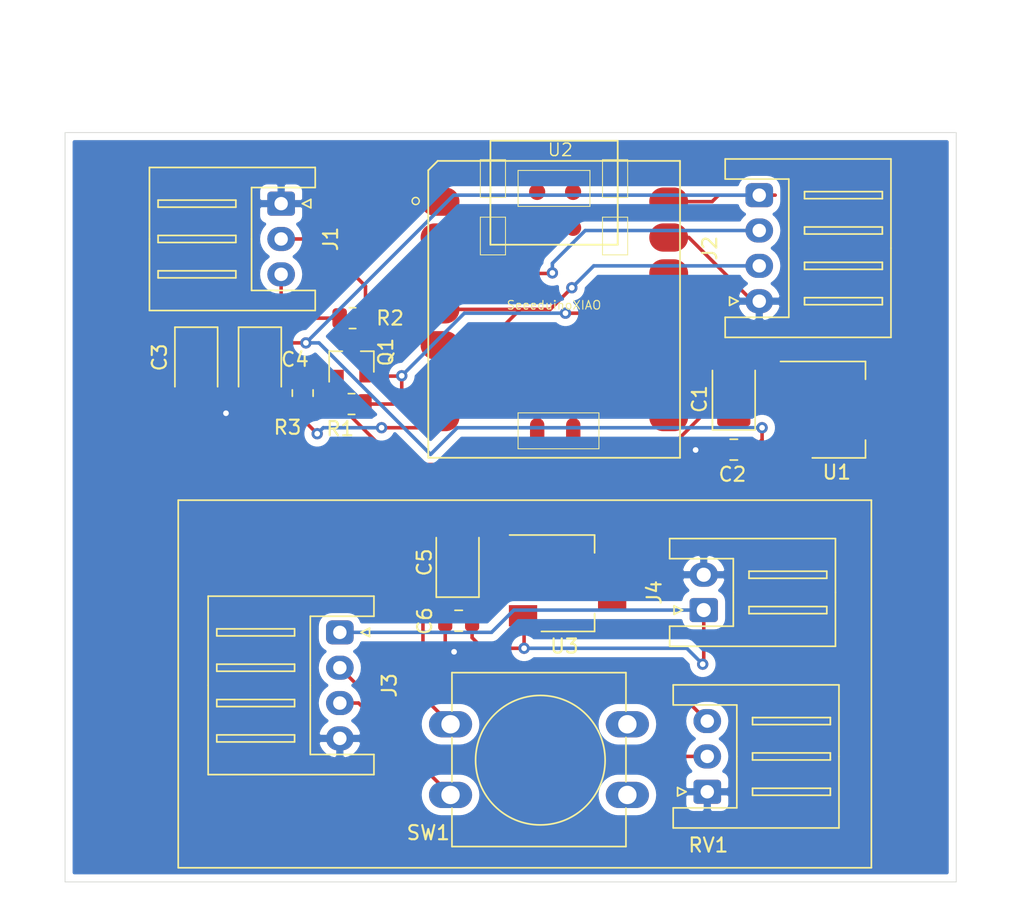
<source format=kicad_pcb>
(kicad_pcb (version 20171130) (host pcbnew 5.1.7-a382d34a88~90~ubuntu20.04.1)
  (layers (0 F.Cu signal) (31 B.Cu signal) (34 B.Paste user) (35 F.Paste user) (36 B.SilkS user) (37 F.SilkS user) (38 B.Mask user) (39 F.Mask user) (44 Edge.Cuts user))
  (net 0 "")
  (net 1 GND)
  (net 2 +5V)
  (net 3 /mcu_board/mode_btn)
  (net 4 /mcu_board/DataHigh)
  (net 5 /mcu_board/mode_ref)
  (net 6 "Net-(U2-Pad20)")
  (net 7 "Net-(U2-Pad19)")
  (net 8 "Net-(U2-Pad18)")
  (net 9 "Net-(U2-Pad17)")
  (net 10 "Net-(U2-Pad16)")
  (net 11 "Net-(U2-Pad15)")
  (net 12 "Net-(U2-Pad1)")
  (net 13 "Net-(U2-Pad2)")
  (net 14 "Net-(U2-Pad5)")
  (net 15 "Net-(U2-Pad6)")
  (net 16 "Net-(U2-Pad8)")
  (net 17 "Net-(U2-Pad9)")
  (net 18 "Net-(U2-Pad10)")
  (net 19 "Net-(U2-Pad12)")
  (net 20 /mcu_board/DataLow)
  (net 21 /mcu_board/+3V)
  (module Resistor_SMD:R_0805_2012Metric (layer F.Cu) (at 173.8 110.425 270)
    (fp_text reference R3 (at 2.425 1.075 180) (layer F.SilkS))
    (fp_text value R_0805_2012Metric)
    (fp_line (start -0.227064 -0.735) (end 0.227064 -0.735) (layer F.SilkS) (width 0.12))
    (fp_line (start -0.227064 0.735) (end 0.227064 0.735) (layer F.SilkS) (width 0.12))
    (pad 2 smd roundrect (at 0.9125 0 270) (size 1.025 1.4) (layers F.Cu F.Paste F.Mask) (roundrect_rratio 0.244) (net 3 /mcu_board/mode_btn))
    (pad 1 smd roundrect (at -0.9125 0 270) (size 1.025 1.4) (layers F.Cu F.Paste F.Mask) (roundrect_rratio 0.244) (net 1 GND))
  )
  (module Package_TO_SOT_SMD:SOT-223-3_TabPin2 (layer F.Cu) (at 211.675 111.6)
    (fp_text reference U1 (at -0.125 4.425) (layer F.SilkS))
    (fp_text value AMS1117-3.3)
    (fp_line (start -4.1 -3.41) (end 1.91 -3.41) (layer F.SilkS) (width 0.12))
    (fp_line (start -1.85 3.41) (end 1.91 3.41) (layer F.SilkS) (width 0.12))
    (fp_line (start 1.91 -3.41) (end 1.91 -2.15) (layer F.SilkS) (width 0.12))
    (fp_line (start 1.91 3.41) (end 1.91 2.15) (layer F.SilkS) (width 0.12))
    (pad 1 smd rect (at -3.15 -2.3) (size 2 1.5) (layers F.Cu F.Paste F.Mask) (net 1 GND))
    (pad 3 smd rect (at -3.15 2.3) (size 2 1.5) (layers F.Cu F.Paste F.Mask) (net 2 +5V))
    (pad 2 smd rect (at -3.15 0) (size 2 1.5) (layers F.Cu F.Paste F.Mask) (net 21 /mcu_board/+3V))
    (pad 2 smd rect (at 3.15 0) (size 2 3.8) (layers F.Cu F.Paste F.Mask) (net 21 /mcu_board/+3V))
  )
  (module Connector_JST:JST_XH_S2B-XH-A_1x02_P2.50mm_Horizontal (layer F.Cu) (at 202.15 125.775 90)
    (fp_text reference J4 (at 1.25 -3.5 90) (layer F.SilkS))
    (fp_text value JST_XH_S2B-XH-A_1x02_P2.50mm_Horizontal)
    (fp_line (start 0.3 -2.1) (end 0 -1.5) (layer F.SilkS) (width 0.12))
    (fp_line (start -0.3 -2.1) (end 0.3 -2.1) (layer F.SilkS) (width 0.12))
    (fp_line (start 0 -1.5) (end -0.3 -2.1) (layer F.SilkS) (width 0.12))
    (fp_line (start 2.75 3.2) (end 2.25 3.2) (layer F.SilkS) (width 0.12))
    (fp_line (start 2.75 8.7) (end 2.75 3.2) (layer F.SilkS) (width 0.12))
    (fp_line (start 2.25 8.7) (end 2.75 8.7) (layer F.SilkS) (width 0.12))
    (fp_line (start 2.25 3.2) (end 2.25 8.7) (layer F.SilkS) (width 0.12))
    (fp_line (start 0.25 3.2) (end -0.25 3.2) (layer F.SilkS) (width 0.12))
    (fp_line (start 0.25 8.7) (end 0.25 3.2) (layer F.SilkS) (width 0.12))
    (fp_line (start -0.25 8.7) (end 0.25 8.7) (layer F.SilkS) (width 0.12))
    (fp_line (start -0.25 3.2) (end -0.25 8.7) (layer F.SilkS) (width 0.12))
    (fp_line (start 3.64 2.09) (end 1.25 2.09) (layer F.SilkS) (width 0.12))
    (fp_line (start 3.64 -2.41) (end 3.64 2.09) (layer F.SilkS) (width 0.12))
    (fp_line (start 5.06 -2.41) (end 3.64 -2.41) (layer F.SilkS) (width 0.12))
    (fp_line (start 5.06 9.31) (end 5.06 -2.41) (layer F.SilkS) (width 0.12))
    (fp_line (start 1.25 9.31) (end 5.06 9.31) (layer F.SilkS) (width 0.12))
    (fp_line (start -1.14 2.09) (end 1.25 2.09) (layer F.SilkS) (width 0.12))
    (fp_line (start -1.14 -2.41) (end -1.14 2.09) (layer F.SilkS) (width 0.12))
    (fp_line (start -2.56 -2.41) (end -1.14 -2.41) (layer F.SilkS) (width 0.12))
    (fp_line (start -2.56 9.31) (end -2.56 -2.41) (layer F.SilkS) (width 0.12))
    (fp_line (start 1.25 9.31) (end -2.56 9.31) (layer F.SilkS) (width 0.12))
    (pad 2 thru_hole oval (at 2.5 0 90) (size 1.7 2) (drill 1) (layers *.Cu *.Mask) (net 1 GND))
    (pad 1 thru_hole roundrect (at 0 0 90) (size 1.7 2) (drill 1) (layers *.Cu *.Mask) (roundrect_rratio 0.147) (net 2 +5V))
  )
  (module Connector_JST:JST_XH_S4B-XH-A_1x04_P2.50mm_Horizontal (layer F.Cu) (at 176.425 127.35 270)
    (fp_text reference J3 (at 3.75 -3.5 90) (layer F.SilkS))
    (fp_text value JST_XH_S4B-XH-A_1x04_P2.50mm_Horizontal hide)
    (fp_line (start 0.3 -2.1) (end 0 -1.5) (layer F.SilkS) (width 0.12))
    (fp_line (start -0.3 -2.1) (end 0.3 -2.1) (layer F.SilkS) (width 0.12))
    (fp_line (start 0 -1.5) (end -0.3 -2.1) (layer F.SilkS) (width 0.12))
    (fp_line (start 7.75 3.2) (end 7.25 3.2) (layer F.SilkS) (width 0.12))
    (fp_line (start 7.75 8.7) (end 7.75 3.2) (layer F.SilkS) (width 0.12))
    (fp_line (start 7.25 8.7) (end 7.75 8.7) (layer F.SilkS) (width 0.12))
    (fp_line (start 7.25 3.2) (end 7.25 8.7) (layer F.SilkS) (width 0.12))
    (fp_line (start 5.25 3.2) (end 4.75 3.2) (layer F.SilkS) (width 0.12))
    (fp_line (start 5.25 8.7) (end 5.25 3.2) (layer F.SilkS) (width 0.12))
    (fp_line (start 4.75 8.7) (end 5.25 8.7) (layer F.SilkS) (width 0.12))
    (fp_line (start 4.75 3.2) (end 4.75 8.7) (layer F.SilkS) (width 0.12))
    (fp_line (start 2.75 3.2) (end 2.25 3.2) (layer F.SilkS) (width 0.12))
    (fp_line (start 2.75 8.7) (end 2.75 3.2) (layer F.SilkS) (width 0.12))
    (fp_line (start 2.25 8.7) (end 2.75 8.7) (layer F.SilkS) (width 0.12))
    (fp_line (start 2.25 3.2) (end 2.25 8.7) (layer F.SilkS) (width 0.12))
    (fp_line (start 0.25 3.2) (end -0.25 3.2) (layer F.SilkS) (width 0.12))
    (fp_line (start 0.25 8.7) (end 0.25 3.2) (layer F.SilkS) (width 0.12))
    (fp_line (start -0.25 8.7) (end 0.25 8.7) (layer F.SilkS) (width 0.12))
    (fp_line (start -0.25 3.2) (end -0.25 8.7) (layer F.SilkS) (width 0.12))
    (fp_line (start 8.64 2.09) (end 3.75 2.09) (layer F.SilkS) (width 0.12))
    (fp_line (start 8.64 -2.41) (end 8.64 2.09) (layer F.SilkS) (width 0.12))
    (fp_line (start 10.06 -2.41) (end 8.64 -2.41) (layer F.SilkS) (width 0.12))
    (fp_line (start 10.06 9.31) (end 10.06 -2.41) (layer F.SilkS) (width 0.12))
    (fp_line (start 3.75 9.31) (end 10.06 9.31) (layer F.SilkS) (width 0.12))
    (fp_line (start -1.14 2.09) (end 3.75 2.09) (layer F.SilkS) (width 0.12))
    (fp_line (start -1.14 -2.41) (end -1.14 2.09) (layer F.SilkS) (width 0.12))
    (fp_line (start -2.56 -2.41) (end -1.14 -2.41) (layer F.SilkS) (width 0.12))
    (fp_line (start -2.56 9.31) (end -2.56 -2.41) (layer F.SilkS) (width 0.12))
    (fp_line (start 3.75 9.31) (end -2.56 9.31) (layer F.SilkS) (width 0.12))
    (pad 1 thru_hole roundrect (at 0 0 270) (size 1.7 1.95) (drill 0.95) (layers *.Cu *.Mask) (net 2 +5V))
    (pad 2 thru_hole oval (at 2.5 0 270) (size 1.7 1.95) (drill 0.95) (layers *.Cu *.Mask) (net 5 /mcu_board/mode_ref))
    (pad 3 thru_hole oval (at 5 0 270) (size 1.7 1.95) (drill 0.95) (layers *.Cu *.Mask) (net 3 /mcu_board/mode_btn))
    (pad 4 thru_hole oval (at 7.5 0 270) (size 1.7 1.95) (drill 0.95) (layers *.Cu *.Mask) (net 1 GND))
  )
  (module Connector_JST:JST_XH_S4B-XH-A_1x04_P2.50mm_Horizontal (layer F.Cu) (at 206.075 103.925 90)
    (fp_text reference J2 (at 3.75 -3.5 90) (layer F.SilkS))
    (fp_text value JST_XH_S4B-XH-A_1x04_P2.50mm_Horizontal)
    (fp_line (start 0.3 -2.1) (end 0 -1.5) (layer F.SilkS) (width 0.12))
    (fp_line (start -0.3 -2.1) (end 0.3 -2.1) (layer F.SilkS) (width 0.12))
    (fp_line (start 0 -1.5) (end -0.3 -2.1) (layer F.SilkS) (width 0.12))
    (fp_line (start 7.75 3.2) (end 7.25 3.2) (layer F.SilkS) (width 0.12))
    (fp_line (start 7.75 8.7) (end 7.75 3.2) (layer F.SilkS) (width 0.12))
    (fp_line (start 7.25 8.7) (end 7.75 8.7) (layer F.SilkS) (width 0.12))
    (fp_line (start 7.25 3.2) (end 7.25 8.7) (layer F.SilkS) (width 0.12))
    (fp_line (start 5.25 3.2) (end 4.75 3.2) (layer F.SilkS) (width 0.12))
    (fp_line (start 5.25 8.7) (end 5.25 3.2) (layer F.SilkS) (width 0.12))
    (fp_line (start 4.75 8.7) (end 5.25 8.7) (layer F.SilkS) (width 0.12))
    (fp_line (start 4.75 3.2) (end 4.75 8.7) (layer F.SilkS) (width 0.12))
    (fp_line (start 2.75 3.2) (end 2.25 3.2) (layer F.SilkS) (width 0.12))
    (fp_line (start 2.75 8.7) (end 2.75 3.2) (layer F.SilkS) (width 0.12))
    (fp_line (start 2.25 8.7) (end 2.75 8.7) (layer F.SilkS) (width 0.12))
    (fp_line (start 2.25 3.2) (end 2.25 8.7) (layer F.SilkS) (width 0.12))
    (fp_line (start 0.25 3.2) (end -0.25 3.2) (layer F.SilkS) (width 0.12))
    (fp_line (start 0.25 8.7) (end 0.25 3.2) (layer F.SilkS) (width 0.12))
    (fp_line (start -0.25 8.7) (end 0.25 8.7) (layer F.SilkS) (width 0.12))
    (fp_line (start -0.25 3.2) (end -0.25 8.7) (layer F.SilkS) (width 0.12))
    (fp_line (start 8.64 2.09) (end 3.75 2.09) (layer F.SilkS) (width 0.12))
    (fp_line (start 8.64 -2.41) (end 8.64 2.09) (layer F.SilkS) (width 0.12))
    (fp_line (start 10.06 -2.41) (end 8.64 -2.41) (layer F.SilkS) (width 0.12))
    (fp_line (start 10.06 9.31) (end 10.06 -2.41) (layer F.SilkS) (width 0.12))
    (fp_line (start 3.75 9.31) (end 10.06 9.31) (layer F.SilkS) (width 0.12))
    (fp_line (start -1.14 2.09) (end 3.75 2.09) (layer F.SilkS) (width 0.12))
    (fp_line (start -1.14 -2.41) (end -1.14 2.09) (layer F.SilkS) (width 0.12))
    (fp_line (start -2.56 -2.41) (end -1.14 -2.41) (layer F.SilkS) (width 0.12))
    (fp_line (start -2.56 9.31) (end -2.56 -2.41) (layer F.SilkS) (width 0.12))
    (fp_line (start 3.75 9.31) (end -2.56 9.31) (layer F.SilkS) (width 0.12))
    (pad 4 thru_hole roundrect (at 7.5 0 90) (size 1.7 1.95) (drill 0.95) (layers *.Cu *.Mask) (net 2 +5V))
    (pad 3 thru_hole oval (at 5 0 90) (size 1.7 1.95) (drill 0.95) (layers *.Cu *.Mask) (net 5 /mcu_board/mode_ref))
    (pad 2 thru_hole oval (at 2.5 0 90) (size 1.7 1.95) (drill 0.95) (layers *.Cu *.Mask) (net 3 /mcu_board/mode_btn))
    (pad 1 thru_hole oval (at 0 0 90) (size 1.7 1.95) (drill 0.95) (layers *.Cu *.Mask) (net 1 GND))
  )
  (module Capacitor_Tantalum_SMD:CP_EIA-3528-12_Kemet-T (layer F.Cu) (at 204.275 110.575 90)
    (fp_text reference C1 (at -0.275 -2.425 90) (layer F.SilkS))
    (fp_text value 22uF)
    (fp_line (start -2.46 1.51) (end 1.75 1.51) (layer F.SilkS) (width 0.12))
    (fp_line (start -2.46 -1.51) (end -2.46 1.51) (layer F.SilkS) (width 0.12))
    (fp_line (start 1.75 -1.51) (end -2.46 -1.51) (layer F.SilkS) (width 0.12))
    (pad 2 smd roundrect (at 1.5375 0 90) (size 1.325 2.35) (layers F.Cu F.Paste F.Mask) (roundrect_rratio 0.1889992452830189) (net 1 GND))
    (pad 1 smd roundrect (at -1.5375 0 90) (size 1.325 2.35) (layers F.Cu F.Paste F.Mask) (roundrect_rratio 0.1886784905660377) (net 21 /mcu_board/+3V))
  )
  (module "Seeeduino XIAO KICAD:Seeeduino XIAO-MOUDLE14P-2.54-21X17.8MM" (layer F.Cu) (at 182.675 115)
    (fp_text reference U2 (at 9.3345 -21.7805) (layer F.SilkS) (effects (font (size 0.889 0.889) (thickness 0.1016))))
    (fp_text value SeeeduinoXIAO (at 8.89 -10.795) (layer F.SilkS) (effects (font (size 0.6096 0.6096) (thickness 0.0762))))
    (fp_line (start 6.35 -17.78) (end 11.43 -17.78) (layer F.SilkS) (width 0.06604))
    (fp_line (start 11.43 -17.78) (end 11.43 -20.32) (layer F.SilkS) (width 0.06604))
    (fp_line (start 6.35 -20.32) (end 11.43 -20.32) (layer F.SilkS) (width 0.06604))
    (fp_line (start 6.35 -17.78) (end 6.35 -20.32) (layer F.SilkS) (width 0.06604))
    (fp_line (start 6.35 -0.635) (end 12.065 -0.635) (layer F.SilkS) (width 0.06604))
    (fp_line (start 12.065 -0.635) (end 12.065 -3.175) (layer F.SilkS) (width 0.06604))
    (fp_line (start 6.35 -3.175) (end 12.065 -3.175) (layer F.SilkS) (width 0.06604))
    (fp_line (start 6.35 -0.635) (end 6.35 -3.175) (layer F.SilkS) (width 0.06604))
    (fp_line (start 3.683 -18.415) (end 5.461 -18.415) (layer F.SilkS) (width 0.06604))
    (fp_line (start 5.461 -18.415) (end 5.461 -21.082) (layer F.SilkS) (width 0.06604))
    (fp_line (start 3.683 -21.082) (end 5.461 -21.082) (layer F.SilkS) (width 0.06604))
    (fp_line (start 3.683 -18.415) (end 3.683 -21.082) (layer F.SilkS) (width 0.06604))
    (fp_line (start 3.683 -14.34846) (end 5.461 -14.34846) (layer F.SilkS) (width 0.06604))
    (fp_line (start 5.461 -14.34846) (end 5.461 -17.018) (layer F.SilkS) (width 0.06604))
    (fp_line (start 3.683 -17.018) (end 5.461 -17.018) (layer F.SilkS) (width 0.06604))
    (fp_line (start 3.683 -14.34846) (end 3.683 -17.018) (layer F.SilkS) (width 0.06604))
    (fp_line (start 12.319 -14.34846) (end 14.097 -14.34846) (layer F.SilkS) (width 0.06604))
    (fp_line (start 14.097 -14.34846) (end 14.097 -17.018) (layer F.SilkS) (width 0.06604))
    (fp_line (start 12.319 -17.018) (end 14.097 -17.018) (layer F.SilkS) (width 0.06604))
    (fp_line (start 12.319 -14.34846) (end 12.319 -17.018) (layer F.SilkS) (width 0.06604))
    (fp_line (start 12.319 -18.415) (end 14.097 -18.415) (layer F.SilkS) (width 0.06604))
    (fp_line (start 14.097 -18.415) (end 14.097 -21.082) (layer F.SilkS) (width 0.06604))
    (fp_line (start 12.319 -21.082) (end 14.097 -21.082) (layer F.SilkS) (width 0.06604))
    (fp_line (start 12.319 -18.415) (end 12.319 -21.082) (layer F.SilkS) (width 0.06604))
    (fp_line (start 0 0) (end 17.79778 0) (layer F.SilkS) (width 0.127))
    (fp_line (start 17.79778 0) (end 17.79778 -20.99818) (layer F.SilkS) (width 0.127))
    (fp_line (start 17.79778 -20.99818) (end 0.67056 -20.99818) (layer F.SilkS) (width 0.127))
    (fp_line (start 0.67056 -20.99818) (end 0 -20.32762) (layer F.SilkS) (width 0.127))
    (fp_line (start 0 -20.32762) (end 0 0) (layer F.SilkS) (width 0.127))
    (fp_line (start 4.39928 -22.42312) (end 13.39342 -22.42312) (layer F.SilkS) (width 0.127))
    (fp_line (start 13.39342 -22.42312) (end 13.39342 -15.06982) (layer F.SilkS) (width 0.127))
    (fp_line (start 13.39342 -15.06982) (end 4.3942 -15.06982) (layer F.SilkS) (width 0.127))
    (fp_line (start 4.3942 -15.06982) (end 4.3942 -22.42312) (layer F.SilkS) (width 0.127))
    (fp_circle (center -0.889 -18.161) (end -0.889 -18.415) (layer F.SilkS) (width 0.1))
    (pad 20 smd circle (at 10.238803 -16.264187 90) (size 1.143 1.143) (layers F.Cu F.Paste F.Mask) (net 6 "Net-(U2-Pad20)"))
    (pad 19 smd circle (at 7.698803 -16.264187 90) (size 1.143 1.143) (layers F.Cu F.Paste F.Mask) (net 7 "Net-(U2-Pad19)"))
    (pad 18 smd circle (at 10.238803 -18.804187 90) (size 1.143 1.143) (layers F.Cu F.Paste F.Mask) (net 8 "Net-(U2-Pad18)"))
    (pad 17 smd circle (at 7.698803 -18.804187 90) (size 1.143 1.143) (layers F.Cu F.Paste F.Mask) (net 9 "Net-(U2-Pad17)"))
    (pad 16 smd oval (at 10.25 -1.8 90) (size 2.032 1.016) (layers F.Cu F.Paste F.Mask) (net 10 "Net-(U2-Pad16)"))
    (pad 15 smd oval (at 7.7 -1.8 90) (size 2.032 1.016) (layers F.Cu F.Paste F.Mask) (net 11 "Net-(U2-Pad15)"))
    (pad 1 smd oval (at 0.83312 -18.11782) (size 2.74828 1.99898) (layers F.Cu F.Paste F.Mask) (net 12 "Net-(U2-Pad1)"))
    (pad 2 smd oval (at 0.83312 -15.57782) (size 2.74828 1.99898) (layers F.Cu F.Paste F.Mask) (net 13 "Net-(U2-Pad2)"))
    (pad 3 smd oval (at 0.83312 -13.03782) (size 2.74828 1.99898) (layers F.Cu F.Paste F.Mask) (net 5 /mcu_board/mode_ref))
    (pad 4 smd oval (at 0.83312 -10.49782) (size 2.74828 1.99898) (layers F.Cu F.Paste F.Mask) (net 3 /mcu_board/mode_btn))
    (pad 5 smd oval (at 0.83312 -7.95782) (size 2.74828 1.99898) (layers F.Cu F.Paste F.Mask) (net 14 "Net-(U2-Pad5)"))
    (pad 6 smd oval (at 0.83312 -5.41782) (size 2.74828 1.99898) (layers F.Cu F.Paste F.Mask) (net 15 "Net-(U2-Pad6)"))
    (pad 7 smd oval (at 0.83312 -2.87782) (size 2.74828 1.99898) (layers F.Cu F.Paste F.Mask) (net 3 /mcu_board/mode_btn))
    (pad 8 smd oval (at 16.99768 -2.87782) (size 2.74828 1.99898) (layers F.Cu F.Paste F.Mask) (net 16 "Net-(U2-Pad8)"))
    (pad 9 smd oval (at 16.99768 -5.41782) (size 2.74828 1.99898) (layers F.Cu F.Paste F.Mask) (net 17 "Net-(U2-Pad9)"))
    (pad 10 smd oval (at 16.99768 -7.95782) (size 2.74828 1.99898) (layers F.Cu F.Paste F.Mask) (net 18 "Net-(U2-Pad10)"))
    (pad 11 smd oval (at 16.99768 -10.49782) (size 2.74828 1.99898) (layers F.Cu F.Paste F.Mask) (net 20 /mcu_board/DataLow))
    (pad 12 smd oval (at 16.99768 -13.03782) (size 2.74828 1.99898) (layers F.Cu F.Paste F.Mask) (net 19 "Net-(U2-Pad12)"))
    (pad 13 smd oval (at 16.99768 -15.57782) (size 2.74828 1.99898) (layers F.Cu F.Paste F.Mask) (net 1 GND))
    (pad 14 smd oval (at 16.99768 -18.11782) (size 2.74828 1.99898) (layers F.Cu F.Paste F.Mask) (net 2 +5V))
  )
  (module Package_TO_SOT_SMD:SOT-223-3_TabPin2 (layer F.Cu) (at 192.525 123.875)
    (fp_text reference U3 (at -0.225 4.45 180) (layer F.SilkS))
    (fp_text value AMS1117-3.3)
    (fp_line (start -4.1 -3.41) (end 1.91 -3.41) (layer F.SilkS) (width 0.12))
    (fp_line (start -1.85 3.41) (end 1.91 3.41) (layer F.SilkS) (width 0.12))
    (fp_line (start 1.91 -3.41) (end 1.91 -2.15) (layer F.SilkS) (width 0.12))
    (fp_line (start 1.91 3.41) (end 1.91 2.15) (layer F.SilkS) (width 0.12))
    (pad 1 smd rect (at -3.15 -2.3) (size 2 1.5) (layers F.Cu F.Paste F.Mask) (net 1 GND))
    (pad 3 smd rect (at -3.15 2.3) (size 2 1.5) (layers F.Cu F.Paste F.Mask) (net 2 +5V))
    (pad 2 smd rect (at -3.15 0) (size 2 1.5) (layers F.Cu F.Paste F.Mask) (net 3 /mcu_board/mode_btn))
    (pad 2 smd rect (at 3.15 0) (size 2 3.8) (layers F.Cu F.Paste F.Mask) (net 3 /mcu_board/mode_btn))
  )
  (module Button_Switch_THT:SW_PUSH-12mm (layer F.Cu) (at 184.25 133.85)
    (fp_text reference SW1 (at -1.575 7.675) (layer F.SilkS))
    (fp_text value SW_MEC_5E)
    (fp_line (start 12.4 -3.65) (end 12.4 -0.93) (layer F.SilkS) (width 0.12))
    (fp_line (start 12.4 5.93) (end 12.4 8.65) (layer F.SilkS) (width 0.12))
    (fp_line (start 0.1 4.07) (end 0.1 0.93) (layer F.SilkS) (width 0.12))
    (fp_line (start 0.1 8.65) (end 0.1 5.93) (layer F.SilkS) (width 0.12))
    (fp_circle (center 6.35 2.54) (end 10.16 5.08) (layer F.SilkS) (width 0.12))
    (fp_line (start 0.1 -0.93) (end 0.1 -3.65) (layer F.SilkS) (width 0.12))
    (fp_line (start 12.4 8.65) (end 0.1 8.65) (layer F.SilkS) (width 0.12))
    (fp_line (start 12.4 0.93) (end 12.4 4.07) (layer F.SilkS) (width 0.12))
    (fp_line (start 0.1 -3.65) (end 12.4 -3.65) (layer F.SilkS) (width 0.12))
    (pad 2 thru_hole oval (at 0 5) (size 3.048 1.85) (drill 1.3) (layers *.Cu *.Mask) (net 3 /mcu_board/mode_btn))
    (pad 1 thru_hole oval (at 0 0) (size 3.048 1.85) (drill 1.3) (layers *.Cu *.Mask) (net 3 /mcu_board/mode_btn))
    (pad 2 thru_hole oval (at 12.5 5) (size 3.048 1.85) (drill 1.3) (layers *.Cu *.Mask) (net 3 /mcu_board/mode_btn))
    (pad 1 thru_hole oval (at 12.5 0) (size 3.048 1.85) (drill 1.3) (layers *.Cu *.Mask) (net 3 /mcu_board/mode_btn))
  )
  (module Connector_JST:JST_XH_S3B-XH-A_1x03_P2.50mm_Horizontal (layer F.Cu) (at 202.4 138.625 90)
    (fp_text reference RV1 (at -3.775 0.075 180) (layer F.SilkS))
    (fp_text value R_POT_US)
    (fp_line (start 0.3 -2.1) (end 0 -1.5) (layer F.SilkS) (width 0.12))
    (fp_line (start -0.3 -2.1) (end 0.3 -2.1) (layer F.SilkS) (width 0.12))
    (fp_line (start 0 -1.5) (end -0.3 -2.1) (layer F.SilkS) (width 0.12))
    (fp_line (start 5.25 3.2) (end 4.75 3.2) (layer F.SilkS) (width 0.12))
    (fp_line (start 5.25 8.7) (end 5.25 3.2) (layer F.SilkS) (width 0.12))
    (fp_line (start 4.75 8.7) (end 5.25 8.7) (layer F.SilkS) (width 0.12))
    (fp_line (start 4.75 3.2) (end 4.75 8.7) (layer F.SilkS) (width 0.12))
    (fp_line (start 2.75 3.2) (end 2.25 3.2) (layer F.SilkS) (width 0.12))
    (fp_line (start 2.75 8.7) (end 2.75 3.2) (layer F.SilkS) (width 0.12))
    (fp_line (start 2.25 8.7) (end 2.75 8.7) (layer F.SilkS) (width 0.12))
    (fp_line (start 2.25 3.2) (end 2.25 8.7) (layer F.SilkS) (width 0.12))
    (fp_line (start 0.25 3.2) (end -0.25 3.2) (layer F.SilkS) (width 0.12))
    (fp_line (start 0.25 8.7) (end 0.25 3.2) (layer F.SilkS) (width 0.12))
    (fp_line (start -0.25 8.7) (end 0.25 8.7) (layer F.SilkS) (width 0.12))
    (fp_line (start -0.25 3.2) (end -0.25 8.7) (layer F.SilkS) (width 0.12))
    (fp_line (start 6.14 2.09) (end 2.5 2.09) (layer F.SilkS) (width 0.12))
    (fp_line (start 6.14 -2.41) (end 6.14 2.09) (layer F.SilkS) (width 0.12))
    (fp_line (start 7.56 -2.41) (end 6.14 -2.41) (layer F.SilkS) (width 0.12))
    (fp_line (start 7.56 9.31) (end 7.56 -2.41) (layer F.SilkS) (width 0.12))
    (fp_line (start 2.5 9.31) (end 7.56 9.31) (layer F.SilkS) (width 0.12))
    (fp_line (start -1.14 2.09) (end 2.5 2.09) (layer F.SilkS) (width 0.12))
    (fp_line (start -1.14 -2.41) (end -1.14 2.09) (layer F.SilkS) (width 0.12))
    (fp_line (start -2.56 -2.41) (end -1.14 -2.41) (layer F.SilkS) (width 0.12))
    (fp_line (start -2.56 9.31) (end -2.56 -2.41) (layer F.SilkS) (width 0.12))
    (fp_line (start 2.5 9.31) (end -2.56 9.31) (layer F.SilkS) (width 0.12))
    (pad 3 thru_hole oval (at 5 0 90) (size 1.7 1.95) (drill 0.95) (layers *.Cu *.Mask) (net 3 /mcu_board/mode_btn))
    (pad 2 thru_hole oval (at 2.5 0 90) (size 1.7 1.95) (drill 0.95) (layers *.Cu *.Mask) (net 5 /mcu_board/mode_ref))
    (pad 1 thru_hole roundrect (at 0 0 90) (size 1.7 1.95) (drill 0.95) (layers *.Cu *.Mask) (roundrect_rratio 0.1470588235294118) (net 1 GND))
  )
  (module Resistor_SMD:R_0805_2012Metric (layer F.Cu) (at 177.325 105.125)
    (fp_text reference R2 (at 2.65 0) (layer F.SilkS))
    (fp_text value 10k)
    (fp_line (start -0.227064 0.735) (end 0.227064 0.735) (layer F.SilkS) (width 0.12))
    (fp_line (start -0.227064 -0.735) (end 0.227064 -0.735) (layer F.SilkS) (width 0.12))
    (pad 2 smd roundrect (at 0.9125 0) (size 1.025 1.4) (layers F.Cu F.Paste F.Mask) (roundrect_rratio 0.2439014634146341) (net 4 /mcu_board/DataHigh))
    (pad 1 smd roundrect (at -0.9125 0) (size 1.025 1.4) (layers F.Cu F.Paste F.Mask) (roundrect_rratio 0.2439014634146341) (net 2 +5V))
  )
  (module Resistor_SMD:R_0805_2012Metric (layer F.Cu) (at 177.25 111.2)
    (fp_text reference R1 (at -0.8 1.75) (layer F.SilkS))
    (fp_text value 10k)
    (fp_line (start -0.227064 0.735) (end 0.227064 0.735) (layer F.SilkS) (width 0.12))
    (fp_line (start -0.227064 -0.735) (end 0.227064 -0.735) (layer F.SilkS) (width 0.12))
    (pad 2 smd roundrect (at 0.9125 0) (size 1.025 1.4) (layers F.Cu F.Paste F.Mask) (roundrect_rratio 0.2439014634146341) (net 20 /mcu_board/DataLow))
    (pad 1 smd roundrect (at -0.9125 0) (size 1.025 1.4) (layers F.Cu F.Paste F.Mask) (roundrect_rratio 0.2439014634146341) (net 21 /mcu_board/+3V))
  )
  (module Package_TO_SOT_SMD:SOT-23 (layer F.Cu) (at 177.25 108.225 90)
    (fp_text reference Q1 (at 0.7 2.425 90) (layer F.SilkS))
    (fp_text value BSS138)
    (fp_line (start 0.76 1.58) (end -0.7 1.58) (layer F.SilkS) (width 0.12))
    (fp_line (start 0.76 -1.58) (end -1.4 -1.58) (layer F.SilkS) (width 0.12))
    (fp_line (start 0.76 -1.58) (end 0.76 -0.65) (layer F.SilkS) (width 0.12))
    (fp_line (start 0.76 1.58) (end 0.76 0.65) (layer F.SilkS) (width 0.12))
    (pad 3 smd rect (at 1 0 90) (size 0.9 0.8) (layers F.Cu F.Paste F.Mask) (net 4 /mcu_board/DataHigh))
    (pad 2 smd rect (at -1 0.95 90) (size 0.9 0.8) (layers F.Cu F.Paste F.Mask) (net 20 /mcu_board/DataLow))
    (pad 1 smd rect (at -1 -0.95 90) (size 0.9 0.8) (layers F.Cu F.Paste F.Mask) (net 21 /mcu_board/+3V))
  )
  (module Connector_JST:JST_XH_S3B-XH-A_1x03_P2.50mm_Horizontal (layer F.Cu) (at 172.275 97.025 270)
    (fp_text reference J1 (at 2.5 -3.5 90) (layer F.SilkS))
    (fp_text value Conn_01x03)
    (fp_line (start 0.3 -2.1) (end 0 -1.5) (layer F.SilkS) (width 0.12))
    (fp_line (start -0.3 -2.1) (end 0.3 -2.1) (layer F.SilkS) (width 0.12))
    (fp_line (start 0 -1.5) (end -0.3 -2.1) (layer F.SilkS) (width 0.12))
    (fp_line (start 5.25 3.2) (end 4.75 3.2) (layer F.SilkS) (width 0.12))
    (fp_line (start 5.25 8.7) (end 5.25 3.2) (layer F.SilkS) (width 0.12))
    (fp_line (start 4.75 8.7) (end 5.25 8.7) (layer F.SilkS) (width 0.12))
    (fp_line (start 4.75 3.2) (end 4.75 8.7) (layer F.SilkS) (width 0.12))
    (fp_line (start 2.75 3.2) (end 2.25 3.2) (layer F.SilkS) (width 0.12))
    (fp_line (start 2.75 8.7) (end 2.75 3.2) (layer F.SilkS) (width 0.12))
    (fp_line (start 2.25 8.7) (end 2.75 8.7) (layer F.SilkS) (width 0.12))
    (fp_line (start 2.25 3.2) (end 2.25 8.7) (layer F.SilkS) (width 0.12))
    (fp_line (start 0.25 3.2) (end -0.25 3.2) (layer F.SilkS) (width 0.12))
    (fp_line (start 0.25 8.7) (end 0.25 3.2) (layer F.SilkS) (width 0.12))
    (fp_line (start -0.25 8.7) (end 0.25 8.7) (layer F.SilkS) (width 0.12))
    (fp_line (start -0.25 3.2) (end -0.25 8.7) (layer F.SilkS) (width 0.12))
    (fp_line (start 6.14 2.09) (end 2.5 2.09) (layer F.SilkS) (width 0.12))
    (fp_line (start 6.14 -2.41) (end 6.14 2.09) (layer F.SilkS) (width 0.12))
    (fp_line (start 7.56 -2.41) (end 6.14 -2.41) (layer F.SilkS) (width 0.12))
    (fp_line (start 7.56 9.31) (end 7.56 -2.41) (layer F.SilkS) (width 0.12))
    (fp_line (start 2.5 9.31) (end 7.56 9.31) (layer F.SilkS) (width 0.12))
    (fp_line (start -1.14 2.09) (end 2.5 2.09) (layer F.SilkS) (width 0.12))
    (fp_line (start -1.14 -2.41) (end -1.14 2.09) (layer F.SilkS) (width 0.12))
    (fp_line (start -2.56 -2.41) (end -1.14 -2.41) (layer F.SilkS) (width 0.12))
    (fp_line (start -2.56 9.31) (end -2.56 -2.41) (layer F.SilkS) (width 0.12))
    (fp_line (start 2.5 9.31) (end -2.56 9.31) (layer F.SilkS) (width 0.12))
    (pad 3 thru_hole oval (at 5 0 270) (size 1.7 1.95) (drill 0.95) (layers *.Cu *.Mask) (net 2 +5V))
    (pad 2 thru_hole oval (at 2.5 0 270) (size 1.7 1.95) (drill 0.95) (layers *.Cu *.Mask) (net 4 /mcu_board/DataHigh))
    (pad 1 thru_hole roundrect (at 0 0 270) (size 1.7 1.95) (drill 0.95) (layers *.Cu *.Mask) (roundrect_rratio 0.1470588235294118) (net 1 GND))
  )
  (module Capacitor_SMD:C_0805_2012Metric (layer F.Cu) (at 184.825 126.525)
    (fp_text reference C6 (at -2.4 0.025 90) (layer F.SilkS))
    (fp_text value 10uF)
    (fp_line (start -0.261252 0.735) (end 0.261252 0.735) (layer F.SilkS) (width 0.12))
    (fp_line (start -0.261252 -0.735) (end 0.261252 -0.735) (layer F.SilkS) (width 0.12))
    (pad 2 smd roundrect (at 0.95 0) (size 1 1.45) (layers F.Cu F.Paste F.Mask) (net 2 +5V))
    (pad 1 smd roundrect (at -0.95 0) (size 1 1.45) (layers F.Cu F.Paste F.Mask) (net 1 GND))
  )
  (module Capacitor_Tantalum_SMD:CP_EIA-3528-12_Kemet-T (layer F.Cu) (at 184.75 122.4 90)
    (fp_text reference C5 (at 0 -2.35 90) (layer F.SilkS))
    (fp_text value 22uF)
    (fp_line (start -2.46 1.51) (end 1.75 1.51) (layer F.SilkS) (width 0.12))
    (fp_line (start -2.46 -1.51) (end -2.46 1.51) (layer F.SilkS) (width 0.12))
    (fp_line (start 1.75 -1.51) (end -2.46 -1.51) (layer F.SilkS) (width 0.12))
    (pad 2 smd roundrect (at 1.5375 0 90) (size 1.325 2.35) (layers F.Cu F.Paste F.Mask) (roundrect_rratio 0.1886784905660377) (net 1 GND))
    (pad 1 smd roundrect (at -1.5375 0 90) (size 1.325 2.35) (layers F.Cu F.Paste F.Mask) (roundrect_rratio 0.1886784905660377) (net 3 /mcu_board/mode_btn))
  )
  (module Capacitor_Tantalum_SMD:CP_EIA-3528-12_Kemet-T (layer F.Cu) (at 170.775 108.225 270)
    (fp_text reference C4 (at -0.175 -2.475 180) (layer F.SilkS))
    (fp_text value 330uF)
    (fp_line (start -2.46 1.51) (end 1.75 1.51) (layer F.SilkS) (width 0.12))
    (fp_line (start -2.46 -1.51) (end -2.46 1.51) (layer F.SilkS) (width 0.12))
    (fp_line (start 1.75 -1.51) (end -2.46 -1.51) (layer F.SilkS) (width 0.12))
    (pad 2 smd roundrect (at 1.5375 0 270) (size 1.325 2.35) (layers F.Cu F.Paste F.Mask) (roundrect_rratio 0.1886784905660377) (net 1 GND))
    (pad 1 smd roundrect (at -1.5375 0 270) (size 1.325 2.35) (layers F.Cu F.Paste F.Mask) (roundrect_rratio 0.1886784905660377) (net 2 +5V))
  )
  (module Capacitor_Tantalum_SMD:CP_EIA-3528-12_Kemet-T (layer F.Cu) (at 166.275 108.225 270)
    (fp_text reference C3 (at -0.325 2.6 90) (layer F.SilkS))
    (fp_text value 330uF)
    (fp_line (start -2.46 1.51) (end 1.75 1.51) (layer F.SilkS) (width 0.12))
    (fp_line (start -2.46 -1.51) (end -2.46 1.51) (layer F.SilkS) (width 0.12))
    (fp_line (start 1.75 -1.51) (end -2.46 -1.51) (layer F.SilkS) (width 0.12))
    (pad 2 smd roundrect (at 1.5375 0 270) (size 1.325 2.35) (layers F.Cu F.Paste F.Mask) (roundrect_rratio 0.1886784905660377) (net 1 GND))
    (pad 1 smd roundrect (at -1.5375 0 270) (size 1.325 2.35) (layers F.Cu F.Paste F.Mask) (roundrect_rratio 0.1886784905660377) (net 2 +5V))
  )
  (module Capacitor_SMD:C_0805_2012Metric (layer F.Cu) (at 204.275 114.425)
    (fp_text reference C2 (at -0.1 1.75) (layer F.SilkS))
    (fp_text value 10uF)
    (fp_line (start -0.261252 0.735) (end 0.261252 0.735) (layer F.SilkS) (width 0.12))
    (fp_line (start -0.261252 -0.735) (end 0.261252 -0.735) (layer F.SilkS) (width 0.12))
    (pad 2 smd roundrect (at 0.95 0) (size 1 1.45) (layers F.Cu F.Paste F.Mask) (net 2 +5V))
    (pad 1 smd roundrect (at -0.95 0) (size 1 1.45) (layers F.Cu F.Paste F.Mask) (net 1 GND))
  )
  (gr_line (start 214 144) (end 165 144) (layer F.SilkS) (width 0.12))
  (gr_line (start 165 118) (end 214 118) (layer F.SilkS) (width 0.12))
  (gr_line (start 165 118) (end 165 144) (layer F.SilkS) (width 0.12))
  (gr_line (start 214 118) (end 214 144) (layer F.SilkS) (width 0.12))
  (gr_line (start 157 145) (end 220 145) (layer Edge.Cuts) (width 0.05))
  (gr_line (start 220 92) (end 157 92) (layer Edge.Cuts) (width 0.05))
  (gr_line (start 220 145) (end 220 92) (layer Edge.Cuts) (width 0.05))
  (gr_line (start 157 92) (end 157 145) (layer Edge.Cuts) (width 0.05))
  (segment (start 206.075 103.925) (end 206.075 105.925) (width 0.25) (layer F.Cu) (net 1))
  (segment (start 199.67268 99.42218) (end 201.09718 99.42218) (width 0.25) (layer F.Cu) (net 1))
  (segment (start 205.6 103.925) (end 206.075 103.925) (width 0.25) (layer F.Cu) (net 1))
  (segment (start 201.09718 99.42218) (end 205.6 103.925) (width 0.25) (layer F.Cu) (net 1))
  (segment (start 168.3625 111.85) (end 168.375 111.85) (width 0.25) (layer F.Cu) (net 1))
  (via (at 168.375 111.85) (size 0.8) (drill 0.4) (layers F.Cu B.Cu) (net 1))
  (segment (start 166.275 109.7625) (end 168.3625 111.85) (width 0.25) (layer F.Cu) (net 1))
  (segment (start 170.4625 109.7625) (end 170.775 109.7625) (width 0.25) (layer F.Cu) (net 1))
  (segment (start 168.375 111.85) (end 170.4625 109.7625) (width 0.25) (layer F.Cu) (net 1))
  (via (at 184.5 128.725) (size 0.8) (drill 0.4) (layers F.Cu B.Cu) (net 1))
  (segment (start 183.875 128.1) (end 184.5 128.725) (width 0.25) (layer F.Cu) (net 1))
  (segment (start 183.875 126.525) (end 183.875 128.1) (width 0.25) (layer F.Cu) (net 1))
  (segment (start 202.15 123.275) (end 200.375 123.275) (width 0.25) (layer F.Cu) (net 1))
  (segment (start 200.375 123.275) (end 196.525 119.425) (width 0.25) (layer F.Cu) (net 1))
  (segment (start 186.1875 119.425) (end 184.75 120.8625) (width 0.25) (layer F.Cu) (net 1))
  (segment (start 192.25 121.575) (end 194.4 119.425) (width 0.25) (layer F.Cu) (net 1))
  (segment (start 189.375 121.575) (end 192.25 121.575) (width 0.25) (layer F.Cu) (net 1))
  (segment (start 194.4 119.425) (end 186.1875 119.425) (width 0.25) (layer F.Cu) (net 1))
  (segment (start 196.525 119.425) (end 194.4 119.425) (width 0.25) (layer F.Cu) (net 1))
  (segment (start 204.275 107.9) (end 206.1625 106.0125) (width 0.25) (layer F.Cu) (net 1))
  (segment (start 204.275 109.0375) (end 204.275 107.9) (width 0.25) (layer F.Cu) (net 1))
  (segment (start 206.1625 106.0125) (end 207.875 107.725) (width 0.25) (layer F.Cu) (net 1))
  (segment (start 206.075 105.925) (end 206.1625 106.0125) (width 0.25) (layer F.Cu) (net 1))
  (segment (start 207.875 108.65) (end 208.525 109.3) (width 0.25) (layer F.Cu) (net 1))
  (segment (start 207.875 107.725) (end 207.875 108.65) (width 0.25) (layer F.Cu) (net 1))
  (via (at 201.575 114.45) (size 0.8) (drill 0.4) (layers F.Cu B.Cu) (net 1))
  (segment (start 201.6 114.425) (end 201.575 114.45) (width 0.25) (layer F.Cu) (net 1))
  (segment (start 203.325 114.425) (end 201.6 114.425) (width 0.25) (layer F.Cu) (net 1))
  (segment (start 171.025 109.5125) (end 170.775 109.7625) (width 0.25) (layer F.Cu) (net 1))
  (segment (start 173.8 109.5125) (end 171.025 109.5125) (width 0.25) (layer F.Cu) (net 1))
  (via (at 202.075 129.6) (size 0.8) (drill 0.4) (layers F.Cu B.Cu) (net 2))
  (segment (start 202.15 129.525) (end 202.075 129.6) (width 0.25) (layer F.Cu) (net 2))
  (segment (start 202.15 125.675) (end 202.15 129.525) (width 0.25) (layer F.Cu) (net 2))
  (via (at 189.45 128.475) (size 0.8) (drill 0.4) (layers F.Cu B.Cu) (net 2))
  (segment (start 200.95 128.475) (end 189.45 128.475) (width 0.25) (layer B.Cu) (net 2))
  (segment (start 202.075 129.6) (end 200.95 128.475) (width 0.25) (layer B.Cu) (net 2))
  (segment (start 189.45 126.25) (end 189.375 126.175) (width 0.25) (layer F.Cu) (net 2))
  (segment (start 189.45 128.475) (end 189.45 126.25) (width 0.25) (layer F.Cu) (net 2))
  (segment (start 189.025 126.525) (end 189.375 126.175) (width 0.25) (layer F.Cu) (net 2))
  (segment (start 199.67268 96.88218) (end 202.74282 96.88218) (width 0.25) (layer F.Cu) (net 2))
  (segment (start 203.2 96.425) (end 206.075 96.425) (width 0.25) (layer F.Cu) (net 2))
  (segment (start 202.74282 96.88218) (end 203.2 96.425) (width 0.25) (layer F.Cu) (net 2))
  (segment (start 166.275 106.6875) (end 170.775 106.6875) (width 0.25) (layer F.Cu) (net 2))
  (segment (start 172.275 105.1875) (end 170.775 106.6875) (width 0.25) (layer F.Cu) (net 2))
  (segment (start 173.4 105.125) (end 172.275 104) (width 0.25) (layer F.Cu) (net 2))
  (segment (start 176.4125 105.125) (end 173.4 105.125) (width 0.25) (layer F.Cu) (net 2))
  (segment (start 172.275 104) (end 172.275 105.1875) (width 0.25) (layer F.Cu) (net 2))
  (segment (start 172.275 102.025) (end 172.275 104) (width 0.25) (layer F.Cu) (net 2))
  (segment (start 206.075 96.425) (end 207.2 96.425) (width 0.25) (layer F.Cu) (net 2))
  (segment (start 208 114.425) (end 208.525 113.9) (width 0.25) (layer F.Cu) (net 2))
  (segment (start 205.225 114.425) (end 208 114.425) (width 0.25) (layer F.Cu) (net 2))
  (via (at 174.025 106.875) (size 0.8) (drill 0.4) (layers F.Cu B.Cu) (net 2))
  (segment (start 184.475 96.425) (end 174.025 106.875) (width 0.25) (layer B.Cu) (net 2))
  (segment (start 206.075 96.425) (end 184.475 96.425) (width 0.25) (layer B.Cu) (net 2))
  (segment (start 170.9625 106.875) (end 170.775 106.6875) (width 0.25) (layer F.Cu) (net 2))
  (segment (start 174.025 106.875) (end 170.9625 106.875) (width 0.25) (layer F.Cu) (net 2))
  (segment (start 174.025 106.875) (end 174.95 106.875) (width 0.25) (layer B.Cu) (net 2))
  (segment (start 174.95 106.875) (end 182.82501 114.75001) (width 0.25) (layer B.Cu) (net 2))
  (segment (start 182.82501 114.75001) (end 182.85001 114.75001) (width 0.25) (layer B.Cu) (net 2))
  (via (at 206.275 112.875) (size 0.8) (drill 0.4) (layers F.Cu B.Cu) (net 2))
  (segment (start 184.72502 112.875) (end 206.275 112.875) (width 0.25) (layer B.Cu) (net 2))
  (segment (start 182.85001 114.75001) (end 184.72502 112.875) (width 0.25) (layer B.Cu) (net 2))
  (segment (start 176.425 127.35) (end 187.15 127.35) (width 0.25) (layer B.Cu) (net 2))
  (segment (start 188.725 125.775) (end 202.15 125.775) (width 0.25) (layer B.Cu) (net 2))
  (segment (start 187.15 127.35) (end 188.725 125.775) (width 0.25) (layer B.Cu) (net 2))
  (segment (start 185.775 126.525) (end 185.775 127.725) (width 0.25) (layer F.Cu) (net 2))
  (segment (start 186.525 128.475) (end 189.45 128.475) (width 0.25) (layer F.Cu) (net 2))
  (segment (start 185.775 127.725) (end 186.525 128.475) (width 0.25) (layer F.Cu) (net 2))
  (segment (start 206.275 112.875) (end 206.275 113.725) (width 0.25) (layer F.Cu) (net 2))
  (segment (start 205.575 114.425) (end 205.225 114.425) (width 0.25) (layer F.Cu) (net 2))
  (segment (start 206.275 113.725) (end 205.575 114.425) (width 0.25) (layer F.Cu) (net 2))
  (segment (start 189.3125 123.9375) (end 189.375 123.875) (width 0.25) (layer F.Cu) (net 3))
  (segment (start 184.75 123.9375) (end 189.3125 123.9375) (width 0.25) (layer F.Cu) (net 3))
  (via (at 192.825 102.975) (size 0.8) (drill 0.4) (layers F.Cu B.Cu) (net 3))
  (segment (start 194.375 101.425) (end 192.825 102.975) (width 0.25) (layer B.Cu) (net 3))
  (segment (start 206.075 101.425) (end 194.375 101.425) (width 0.25) (layer B.Cu) (net 3))
  (segment (start 192.825 102.975) (end 191.29782 104.50218) (width 0.25) (layer F.Cu) (net 3))
  (segment (start 183.50812 112.12218) (end 187.4 108.2303) (width 0.25) (layer F.Cu) (net 3))
  (segment (start 187.4 108.2303) (end 187.4 106.275) (width 0.25) (layer F.Cu) (net 3))
  (segment (start 187.4 106.275) (end 189.17282 104.50218) (width 0.25) (layer F.Cu) (net 3))
  (segment (start 189.17282 104.50218) (end 183.50812 104.50218) (width 0.25) (layer F.Cu) (net 3))
  (segment (start 191.29782 104.50218) (end 189.17282 104.50218) (width 0.25) (layer F.Cu) (net 3))
  (segment (start 184.75 123.9375) (end 183.3625 123.9375) (width 0.25) (layer F.Cu) (net 3))
  (segment (start 183.3625 123.9375) (end 182.3 125) (width 0.25) (layer F.Cu) (net 3))
  (segment (start 182.3 131.9) (end 184.25 133.85) (width 0.25) (layer F.Cu) (net 3))
  (segment (start 177.75 132.35) (end 184.25 138.85) (width 0.25) (layer F.Cu) (net 3))
  (segment (start 176.425 132.35) (end 177.75 132.35) (width 0.25) (layer F.Cu) (net 3))
  (segment (start 182.3 128.9) (end 182.9 128.9) (width 0.25) (layer F.Cu) (net 3))
  (segment (start 182.3 125) (end 182.3 128.9) (width 0.25) (layer F.Cu) (net 3))
  (segment (start 182.3 128.9) (end 182.3 131.9) (width 0.25) (layer F.Cu) (net 3))
  (segment (start 182.9 128.9) (end 185.275 131.275) (width 0.25) (layer F.Cu) (net 3))
  (segment (start 200.05 131.275) (end 202.4 133.625) (width 0.25) (layer F.Cu) (net 3))
  (segment (start 185.275 131.275) (end 200.05 131.275) (width 0.25) (layer F.Cu) (net 3))
  (via (at 174.825 113.3) (size 0.8) (drill 0.4) (layers F.Cu B.Cu) (net 3))
  (segment (start 173.8 112.275) (end 174.825 113.3) (width 0.25) (layer F.Cu) (net 3))
  (segment (start 173.8 111.3375) (end 173.8 112.275) (width 0.25) (layer F.Cu) (net 3))
  (via (at 179.375 112.875) (size 0.8) (drill 0.4) (layers F.Cu B.Cu) (net 3))
  (segment (start 175.25 112.875) (end 179.375 112.875) (width 0.25) (layer B.Cu) (net 3))
  (segment (start 174.825 113.3) (end 175.25 112.875) (width 0.25) (layer B.Cu) (net 3))
  (segment (start 182.7553 112.875) (end 183.50812 112.12218) (width 0.25) (layer F.Cu) (net 3))
  (segment (start 179.375 112.875) (end 182.7553 112.875) (width 0.25) (layer F.Cu) (net 3))
  (segment (start 172.275 99.525) (end 174.9 99.525) (width 0.25) (layer F.Cu) (net 4))
  (segment (start 178.2375 102.8625) (end 178.2375 105.125) (width 0.25) (layer F.Cu) (net 4))
  (segment (start 174.9 99.525) (end 178.2375 102.8625) (width 0.25) (layer F.Cu) (net 4))
  (segment (start 177.25 107.225) (end 177.65 107.225) (width 0.25) (layer F.Cu) (net 4))
  (segment (start 178.2375 106.6375) (end 178.2375 105.125) (width 0.25) (layer F.Cu) (net 4))
  (segment (start 177.65 107.225) (end 178.2375 106.6375) (width 0.25) (layer F.Cu) (net 4))
  (via (at 191.45 101.925) (size 0.8) (drill 0.4) (layers F.Cu B.Cu) (net 5))
  (segment (start 191.41282 101.96218) (end 191.45 101.925) (width 0.25) (layer F.Cu) (net 5))
  (segment (start 183.50812 101.96218) (end 191.41282 101.96218) (width 0.25) (layer F.Cu) (net 5))
  (segment (start 191.45 101.925) (end 191.45 101.25) (width 0.25) (layer B.Cu) (net 5))
  (segment (start 193.775 98.925) (end 206.075 98.925) (width 0.25) (layer B.Cu) (net 5))
  (segment (start 191.45 101.25) (end 193.775 98.925) (width 0.25) (layer B.Cu) (net 5))
  (segment (start 182.7 136.125) (end 176.425 129.85) (width 0.25) (layer F.Cu) (net 5))
  (segment (start 202.4 136.125) (end 182.7 136.125) (width 0.25) (layer F.Cu) (net 5))
  (segment (start 180.775 109.225) (end 180.8 109.2) (width 0.25) (layer F.Cu) (net 20))
  (via (at 180.8 109.2) (size 0.8) (drill 0.4) (layers F.Cu B.Cu) (net 20))
  (segment (start 178.2 109.225) (end 180.775 109.225) (width 0.25) (layer F.Cu) (net 20))
  (via (at 192.375 104.775) (size 0.8) (drill 0.4) (layers F.Cu B.Cu) (net 20))
  (segment (start 185.225 104.775) (end 192.375 104.775) (width 0.25) (layer B.Cu) (net 20))
  (segment (start 180.8 109.2) (end 185.225 104.775) (width 0.25) (layer B.Cu) (net 20))
  (segment (start 199.39986 104.775) (end 199.67268 104.50218) (width 0.25) (layer F.Cu) (net 20))
  (segment (start 192.375 104.775) (end 199.39986 104.775) (width 0.25) (layer F.Cu) (net 20))
  (segment (start 178.2 111.1625) (end 178.1625 111.2) (width 0.25) (layer F.Cu) (net 20))
  (segment (start 180.8 109.2) (end 180.8 110.6) (width 0.25) (layer F.Cu) (net 20))
  (segment (start 180.2 111.2) (end 178.1625 111.2) (width 0.25) (layer F.Cu) (net 20))
  (segment (start 180.8 110.6) (end 180.2 111.2) (width 0.25) (layer F.Cu) (net 20))
  (segment (start 176.3 111.1625) (end 176.3375 111.2) (width 0.25) (layer F.Cu) (net 21))
  (segment (start 176.3 109.225) (end 176.3 111.1625) (width 0.25) (layer F.Cu) (net 21))
  (segment (start 180.61251 115.47501) (end 176.3375 111.2) (width 0.25) (layer F.Cu) (net 21))
  (segment (start 204.7875 111.6) (end 204.275 112.1125) (width 0.25) (layer F.Cu) (net 21))
  (segment (start 208.525 111.6) (end 204.7875 111.6) (width 0.25) (layer F.Cu) (net 21))
  (segment (start 198.567625 115.47501) (end 180.61251 115.47501) (width 0.25) (layer F.Cu) (net 21))
  (segment (start 201.930135 112.1125) (end 198.567625 115.47501) (width 0.25) (layer F.Cu) (net 21))
  (segment (start 204.275 112.1125) (end 201.930135 112.1125) (width 0.25) (layer F.Cu) (net 21))
  (zone (net 1) (net_name GND) (layer B.Cu) (connect_pads (clearance 0.508)) (min_thickness 0.254) (fill yes (arc_segments 32) (thermal_gap 0.508) (thermal_bridge_width 0.508))
    (polygon (pts (xy 224.675 147.7) (xy 152.4 147.3) (xy 152.5 90.025) (xy 224.8 89.675)))
  )
)
</source>
